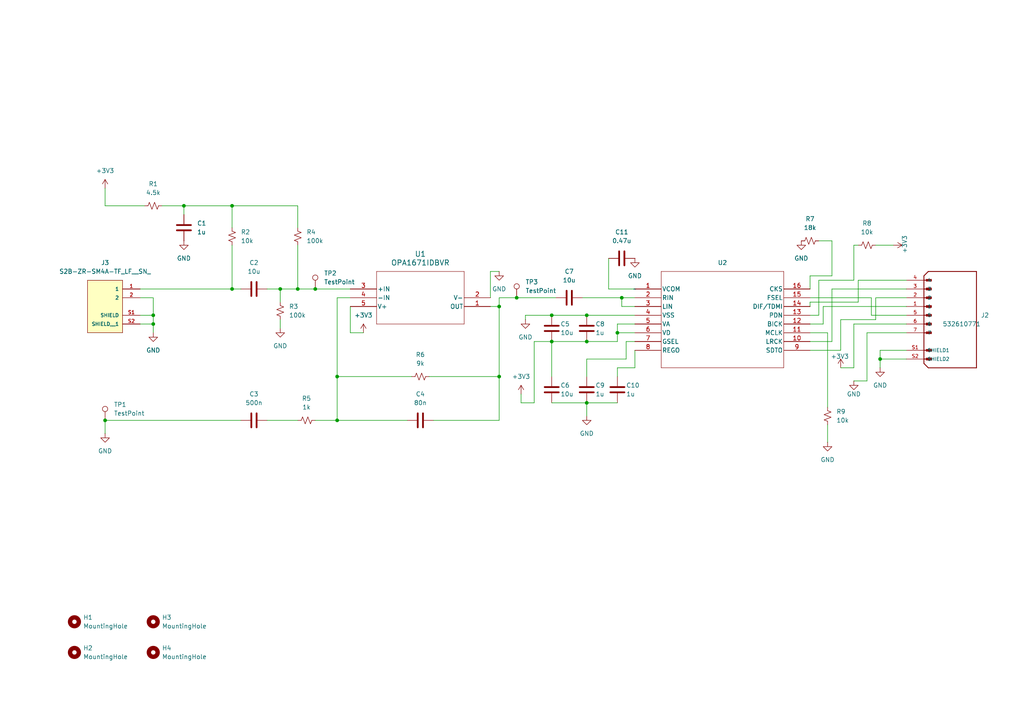
<source format=kicad_sch>
(kicad_sch (version 20231120) (generator "eeschema") (generator_version "8.0")
  (paper "A4")
  (lib_symbols
    (symbol "2024-02-15_23-46-41:OPA1671IDBVR" (pin_names (offset 0.254))
      (property "Reference" "U" (at 20.32 10.16 0))
      (property "Value" "OPA1671IDBVR" (at 20.32 7.62 0))
      (symbol "OPA1671IDBVR_0_1"
        (polyline (pts (xy 7.62 -10.16) (xy 33.02 -10.16)) (stroke (width 0.127)))
        (polyline (pts (xy 7.62 5.08) (xy 7.62 -10.16)) (stroke (width 0.127)))
        (polyline (pts (xy 33.02 -10.16) (xy 33.02 5.08)) (stroke (width 0.127)))
        (polyline (pts (xy 33.02 5.08) (xy 7.62 5.08)) (stroke (width 0.127)))
        (pin output line (at 0 0 0) (length 7.62) (name "OUT") (number "1"))
        (pin power_in line (at 0 -2.54 0) (length 7.62) (name "V-") (number "2"))
        (pin input line (at 40.64 -5.08 180) (length 7.62) (name "+IN") (number "3"))
        (pin input line (at 40.64 -2.54 180) (length 7.62) (name "-IN") (number "4"))
        (pin power_in line (at 40.64 0 180) (length 7.62) (name "V+") (number "5"))
      )
    )
    (symbol "532610771:532610771" (pin_names (offset 1.016))
      (property "Reference" "J2" (at 8.89 0 0))
      (property "Value" "532610771" (at 8.89 -2.54 0))
      (symbol "532610771_0_0"
        (rectangle (start -6.985 -13.0175) (end -5.3975 -12.3825) (stroke (width 0.1)) (fill (type outline)))
        (rectangle (start -6.985 -10.4775) (end -5.3975 -9.8425) (stroke (width 0.1)) (fill (type outline)))
        (rectangle (start -6.985 -5.3975) (end -5.3975 -4.7625) (stroke (width 0.1)) (fill (type outline)))
        (rectangle (start -6.985 -2.8575) (end -5.3975 -2.2225) (stroke (width 0.1)) (fill (type outline)))
        (rectangle (start -6.985 -0.3175) (end -5.3975 0.3175) (stroke (width 0.1)) (fill (type outline)))
        (rectangle (start -6.985 2.2225) (end -5.3975 2.8575) (stroke (width 0.1)) (fill (type outline)))
        (rectangle (start -6.985 4.7625) (end -5.3975 5.3975) (stroke (width 0.1)) (fill (type outline)))
        (rectangle (start -6.985 7.3025) (end -5.3975 7.9375) (stroke (width 0.1)) (fill (type outline)))
        (rectangle (start -6.985 9.8425) (end -5.3975 10.4775) (stroke (width 0.1)) (fill (type outline)))
        (polyline (pts (xy -7.62 -13.97) (xy -6.35 -15.24)) (stroke (width 0.254)))
        (polyline (pts (xy -7.62 -12.7) (xy -5.715 -12.7)) (stroke (width 0.254)))
        (polyline (pts (xy -7.62 -10.16) (xy -5.715 -10.16)) (stroke (width 0.254)))
        (polyline (pts (xy -7.62 -5.08) (xy -5.715 -5.08)) (stroke (width 0.254)))
        (polyline (pts (xy -7.62 -2.54) (xy -5.715 -2.54)) (stroke (width 0.254)))
        (polyline (pts (xy -7.62 0) (xy -5.715 0)) (stroke (width 0.254)))
        (polyline (pts (xy -7.62 2.54) (xy -5.715 2.54)) (stroke (width 0.254)))
        (polyline (pts (xy -7.62 5.08) (xy -5.715 5.08)) (stroke (width 0.254)))
        (polyline (pts (xy -7.62 7.62) (xy -5.715 7.62)) (stroke (width 0.254)))
        (polyline (pts (xy -7.62 10.16) (xy -5.715 10.16)) (stroke (width 0.254)))
        (polyline (pts (xy -7.62 11.43) (xy -7.62 -13.97)) (stroke (width 0.254)))
        (polyline (pts (xy -7.62 11.43) (xy -6.35 12.7)) (stroke (width 0.254)))
        (polyline (pts (xy -6.35 -15.24) (xy 7.62 -15.24)) (stroke (width 0.254)))
        (polyline (pts (xy 7.62 -15.24) (xy 7.62 12.7)) (stroke (width 0.254)))
        (polyline (pts (xy 7.62 12.7) (xy -6.35 12.7)) (stroke (width 0.254)))
        (pin passive line (at -12.7 0 0) (length 5.08) (name "5") (number "5"))
        (pin passive line (at -12.7 -2.54 0) (length 5.08) (name "6") (number "6"))
        (pin passive line (at -12.7 -5.08 0) (length 5.08) (name "7") (number "7"))
        (pin passive line (at -12.7 -10.16 0) (length 5.08) (name "SHIELD1") (number "S1"))
        (pin passive line (at -12.7 -12.7 0) (length 5.08) (name "SHIELD2") (number "S2"))
      )
      (symbol "532610771_1_0"
        (pin passive line (at -12.7 2.54 0) (length 5.08) (name "1") (number "1"))
        (pin passive line (at -12.7 5.08 0) (length 5.08) (name "2") (number "2"))
        (pin passive line (at -12.7 7.62 0) (length 5.08) (name "3") (number "3"))
        (pin passive line (at -12.7 10.16 0) (length 5.08) (name "4") (number "4"))
      )
    )
    (symbol "ADC:AK5720VT" (pin_names (offset 0.254))
      (property "Reference" "U" (at 25.4 10.16 0))
      (property "Value" "AK5720VT" (at 25.4 7.62 0))
      (symbol "AK5720VT_0_1"
        (polyline (pts (xy 7.62 -22.86) (xy 43.18 -22.86)) (stroke (width 0.127)))
        (polyline (pts (xy 7.62 5.08) (xy 7.62 -22.86)) (stroke (width 0.127)))
        (polyline (pts (xy 43.18 -22.86) (xy 43.18 5.08)) (stroke (width 0.127)))
        (polyline (pts (xy 43.18 5.08) (xy 7.62 5.08)) (stroke (width 0.127)))
        (pin unspecified line (at 0 0 0) (length 7.62) (name "VCOM") (number "1"))
        (pin unspecified line (at 50.8 -15.24 180) (length 7.62) (name "LRCK") (number "10"))
        (pin unspecified line (at 50.8 -12.7 180) (length 7.62) (name "MCLK") (number "11"))
        (pin unspecified line (at 50.8 -10.16 180) (length 7.62) (name "BICK") (number "12"))
        (pin unspecified line (at 50.8 -7.62 180) (length 7.62) (name "PDN") (number "13"))
        (pin unspecified line (at 50.8 -5.08 180) (length 7.62) (name "DIF/TDMI") (number "14"))
        (pin unspecified line (at 50.8 -2.54 180) (length 7.62) (name "FSEL") (number "15"))
        (pin unspecified line (at 50.8 0 180) (length 7.62) (name "CKS") (number "16"))
        (pin unspecified line (at 0 -2.54 0) (length 7.62) (name "RIN") (number "2"))
        (pin unspecified line (at 0 -5.08 0) (length 7.62) (name "LIN") (number "3"))
        (pin power_out line (at 0 -7.62 0) (length 7.62) (name "VSS") (number "4"))
        (pin unspecified line (at 0 -10.16 0) (length 7.62) (name "VA") (number "5"))
        (pin unspecified line (at 0 -12.7 0) (length 7.62) (name "VD") (number "6"))
        (pin unspecified line (at 0 -15.24 0) (length 7.62) (name "GSEL") (number "7"))
        (pin unspecified line (at 0 -17.78 0) (length 7.62) (name "REGO") (number "8"))
        (pin unspecified line (at 50.8 -17.78 180) (length 7.62) (name "SDTO") (number "9"))
      )
    )
    (symbol "Connector:TestPoint" (pin_numbers hide) (pin_names (offset 0.762) hide)
      (property "Reference" "TP" (at 0 6.858 0))
      (property "Value" "TestPoint" (at 0 5.08 0))
      (symbol "TestPoint_0_1"
        (circle (center 0 3.302) (radius 0.762))
      )
      (symbol "TestPoint_1_1"
        (pin passive line (at 0 0 90) (length 2.54) (name "1") (number "1"))
      )
    )
    (symbol "Device:C" (pin_numbers hide) (pin_names (offset 0.254))
      (property "Reference" "C" (at 0.635 2.54 0))
      (property "Value" "C" (at 0.635 -2.54 0))
      (symbol "C_0_1"
        (polyline (pts (xy -2.032 -0.762) (xy 2.032 -0.762)) (stroke (width 0.508)))
        (polyline (pts (xy -2.032 0.762) (xy 2.032 0.762)) (stroke (width 0.508)))
      )
      (symbol "C_1_1"
        (pin passive line (at 0 3.81 270) (length 2.794) (name "~") (number "1"))
        (pin passive line (at 0 -3.81 90) (length 2.794) (name "~") (number "2"))
      )
    )
    (symbol "Device:R_Small_US" (pin_numbers hide) (pin_names (offset 0.254) hide)
      (property "Reference" "R" (at 0.762 0.508 0))
      (property "Value" "R_Small_US" (at 0.762 -1.016 0))
      (symbol "R_Small_US_1_1"
        (polyline (pts (xy 0 0) (xy 1.016 -0.381) (xy 0 -0.762) (xy -1.016 -1.143) (xy 0 -1.524)))
        (polyline (pts (xy 0 1.524) (xy 1.016 1.143) (xy 0 0.762) (xy -1.016 0.381) (xy 0 0)))
        (pin passive line (at 0 2.54 270) (length 1.016) (name "~") (number "1"))
        (pin passive line (at 0 -2.54 90) (length 1.016) (name "~") (number "2"))
      )
    )
    (symbol "Mechanical:MountingHole" (pin_names (offset 1.016)) (exclude_from_sim yes) (in_bom no)
      (property "Reference" "H" (at 0 5.08 0))
      (property "Value" "MountingHole" (at 0 3.175 0))
      (symbol "MountingHole_0_1"
        (circle (center 0 0) (radius 1.27) (stroke (width 1.27)))
      )
    )
    (symbol "Mic Connectors:S2B-ZR-SM4A-TF_LF__SN_" (pin_names (offset 1.016))
      (property "Reference" "J" (at -5.08 8.89 0))
      (property "Value" "S2B-ZR-SM4A-TF_LF__SN_" (at -5.08 -10.16 0))
      (symbol "S2B-ZR-SM4A-TF_LF__SN__0_0"
        (rectangle (start -5.08 -7.62) (end 5.08 7.62) (stroke (width 0.1524)) (fill (type background)))
        (pin passive line (at -10.16 5.08 0) (length 5.08) (name "1") (number "1"))
        (pin passive line (at -10.16 2.54 0) (length 5.08) (name "2") (number "2"))
        (pin passive line (at -10.16 -2.54 0) (length 5.08) (name "SHIELD") (number "S1"))
        (pin passive line (at -10.16 -5.08 0) (length 5.08) (name "SHIELD__1") (number "S2"))
      )
    )
    (symbol "power:+3V3" (power) (pin_names (offset 0))
      (property "Value" "+3V3" (at 0 3.556 0))
      (symbol "+3V3_0_1"
        (polyline (pts (xy -0.762 1.27) (xy 0 2.54)))
        (polyline (pts (xy 0 0) (xy 0 2.54)))
        (polyline (pts (xy 0 2.54) (xy 0.762 1.27)))
      )
      (symbol "+3V3_1_1"
        (pin power_in line (at 0 0 90) (length 0) hide (name "+3V3") (number "1"))
      )
    )
    (symbol "power:GND" (power) (pin_numbers hide) (pin_names (offset 0) hide)
      (property "Value" "GND" (at 0 -3.81 0))
      (symbol "GND_0_1"
        (polyline (pts (xy 0 0) (xy 0 -1.27) (xy 1.27 -1.27) (xy 0 -2.54) (xy -1.27 -1.27) (xy 0 -1.27)))
      )
      (symbol "GND_1_1"
        (pin power_in line (at 0 0 270) (length 0) (name "~") (number "1"))
      )
    )
  )
  (junction (at 170.18 99.06))
  (junction (at 91.44 83.82))
  (junction (at 86.36 83.82))
  (junction (at 81.28 83.82))
  (junction (at 67.31 59.69))
  (junction (at 160.02 99.06))
  (junction (at 255.27 104.14))
  (junction (at 144.78 109.22))
  (junction (at 44.45 91.44))
  (junction (at 160.02 91.44))
  (junction (at 44.45 93.98))
  (junction (at 179.07 96.52))
  (junction (at 170.18 91.44))
  (junction (at 170.18 116.84))
  (junction (at 97.79 109.22))
  (junction (at 53.34 59.69))
  (junction (at 180.34 86.36))
  (junction (at 67.31 83.82))
  (junction (at 97.79 121.92))
  (junction (at 149.86 86.36))
  (junction (at 30.48 121.92))
  (junction (at 144.78 88.9))
  (wire (pts (xy 184.15 99.06) (xy 181.61 99.06)))
  (wire (pts (xy 254 71.12) (xy 259.08 71.12)))
  (wire (pts (xy 81.28 83.82) (xy 86.36 83.82)))
  (wire (pts (xy 179.07 99.06) (xy 170.18 99.06)))
  (wire (pts (xy 252.73 91.44) (xy 262.89 91.44)))
  (wire (pts (xy 151.13 114.3) (xy 151.13 116.84)))
  (wire (pts (xy 179.07 106.68) (xy 179.07 109.22)))
  (wire (pts (xy 240.03 96.52) (xy 240.03 118.11)))
  (wire (pts (xy 160.02 99.06) (xy 160.02 109.22)))
  (wire (pts (xy 40.64 91.44) (xy 44.45 91.44)))
  (wire (pts (xy 91.44 83.82) (xy 101.6 83.82)))
  (wire (pts (xy 234.95 96.52) (xy 240.03 96.52)))
  (wire (pts (xy 176.53 83.82) (xy 184.15 83.82)))
  (wire (pts (xy 184.15 93.98) (xy 179.07 93.98)))
  (wire (pts (xy 241.3 99.06) (xy 234.95 99.06)))
  (wire (pts (xy 41.91 59.69) (xy 30.48 59.69)))
  (wire (pts (xy 181.61 99.06) (xy 181.61 104.14)))
  (wire (pts (xy 262.89 83.82) (xy 241.3 83.82)))
  (wire (pts (xy 251.46 96.52) (xy 262.89 96.52)))
  (wire (pts (xy 255.27 104.14) (xy 255.27 106.68)))
  (wire (pts (xy 77.47 121.92) (xy 86.36 121.92)))
  (wire (pts (xy 77.47 83.82) (xy 81.28 83.82)))
  (wire (pts (xy 119.38 109.22) (xy 97.79 109.22)))
  (wire (pts (xy 144.78 121.92) (xy 144.78 109.22)))
  (wire (pts (xy 254 86.36) (xy 262.89 86.36)))
  (wire (pts (xy 247.65 93.98) (xy 262.89 93.98)))
  (wire (pts (xy 97.79 109.22) (xy 97.79 121.92)))
  (wire (pts (xy 46.99 59.69) (xy 53.34 59.69)))
  (wire (pts (xy 234.95 80.01) (xy 234.95 83.82)))
  (wire (pts (xy 234.95 80.01) (xy 241.3 80.01)))
  (wire (pts (xy 44.45 93.98) (xy 44.45 96.52)))
  (wire (pts (xy 262.89 81.28) (xy 248.92 81.28)))
  (wire (pts (xy 144.78 109.22) (xy 144.78 88.9)))
  (wire (pts (xy 86.36 59.69) (xy 86.36 66.04)))
  (wire (pts (xy 142.24 78.74) (xy 144.78 78.74)))
  (wire (pts (xy 248.92 81.28) (xy 248.92 87.63)))
  (wire (pts (xy 81.28 83.82) (xy 81.28 87.63)))
  (wire (pts (xy 105.41 96.52) (xy 101.6 96.52)))
  (wire (pts (xy 144.78 86.36) (xy 144.78 88.9)))
  (wire (pts (xy 170.18 116.84) (xy 170.18 120.65)))
  (wire (pts (xy 91.44 121.92) (xy 97.79 121.92)))
  (wire (pts (xy 160.02 116.84) (xy 170.18 116.84)))
  (wire (pts (xy 241.3 69.85) (xy 237.49 69.85)))
  (wire (pts (xy 179.07 93.98) (xy 179.07 96.52)))
  (wire (pts (xy 238.76 88.9) (xy 238.76 93.98)))
  (wire (pts (xy 101.6 86.36) (xy 97.79 86.36)))
  (wire (pts (xy 154.94 116.84) (xy 151.13 116.84)))
  (wire (pts (xy 170.18 91.44) (xy 184.15 91.44)))
  (wire (pts (xy 255.27 101.6) (xy 255.27 104.14)))
  (wire (pts (xy 181.61 104.14) (xy 170.18 104.14)))
  (wire (pts (xy 67.31 59.69) (xy 53.34 59.69)))
  (wire (pts (xy 243.84 101.6) (xy 234.95 101.6)))
  (wire (pts (xy 81.28 92.71) (xy 81.28 95.25)))
  (wire (pts (xy 247.65 71.12) (xy 248.92 71.12)))
  (wire (pts (xy 176.53 74.93) (xy 176.53 83.82)))
  (wire (pts (xy 67.31 83.82) (xy 69.85 83.82)))
  (wire (pts (xy 251.46 96.52) (xy 251.46 110.49)))
  (wire (pts (xy 248.92 87.63) (xy 234.95 87.63)))
  (wire (pts (xy 40.64 86.36) (xy 44.45 86.36)))
  (wire (pts (xy 30.48 121.92) (xy 30.48 125.73)))
  (wire (pts (xy 254 86.36) (xy 254 92.71)))
  (wire (pts (xy 184.15 101.6) (xy 184.15 106.68)))
  (wire (pts (xy 234.95 91.44) (xy 237.49 91.44)))
  (wire (pts (xy 243.84 106.68) (xy 247.65 106.68)))
  (wire (pts (xy 240.03 123.19) (xy 240.03 128.27)))
  (wire (pts (xy 86.36 83.82) (xy 91.44 83.82)))
  (wire (pts (xy 44.45 86.36) (xy 44.45 91.44)))
  (wire (pts (xy 101.6 96.52) (xy 101.6 88.9)))
  (wire (pts (xy 179.07 96.52) (xy 179.07 99.06)))
  (wire (pts (xy 243.84 92.71) (xy 243.84 101.6)))
  (wire (pts (xy 180.34 88.9) (xy 180.34 86.36)))
  (wire (pts (xy 254 92.71) (xy 243.84 92.71)))
  (wire (pts (xy 238.76 93.98) (xy 234.95 93.98)))
  (wire (pts (xy 241.3 80.01) (xy 241.3 69.85)))
  (wire (pts (xy 86.36 71.12) (xy 86.36 83.82)))
  (wire (pts (xy 124.46 109.22) (xy 144.78 109.22)))
  (wire (pts (xy 67.31 66.04) (xy 67.31 59.69)))
  (wire (pts (xy 241.3 83.82) (xy 241.3 99.06)))
  (wire (pts (xy 40.64 93.98) (xy 44.45 93.98)))
  (wire (pts (xy 184.15 88.9) (xy 180.34 88.9)))
  (wire (pts (xy 160.02 99.06) (xy 170.18 99.06)))
  (wire (pts (xy 30.48 54.61) (xy 30.48 59.69)))
  (wire (pts (xy 247.65 81.28) (xy 247.65 71.12)))
  (wire (pts (xy 142.24 88.9) (xy 144.78 88.9)))
  (wire (pts (xy 234.95 86.36) (xy 252.73 86.36)))
  (wire (pts (xy 247.65 110.49) (xy 251.46 110.49)))
  (wire (pts (xy 67.31 59.69) (xy 86.36 59.69)))
  (wire (pts (xy 154.94 99.06) (xy 160.02 99.06)))
  (wire (pts (xy 160.02 91.44) (xy 170.18 91.44)))
  (wire (pts (xy 262.89 101.6) (xy 255.27 101.6)))
  (wire (pts (xy 149.86 86.36) (xy 161.29 86.36)))
  (wire (pts (xy 234.95 87.63) (xy 234.95 88.9)))
  (wire (pts (xy 154.94 99.06) (xy 154.94 116.84)))
  (wire (pts (xy 97.79 86.36) (xy 97.79 109.22)))
  (wire (pts (xy 255.27 104.14) (xy 262.89 104.14)))
  (wire (pts (xy 170.18 104.14) (xy 170.18 109.22)))
  (wire (pts (xy 180.34 86.36) (xy 184.15 86.36)))
  (wire (pts (xy 144.78 86.36) (xy 149.86 86.36)))
  (wire (pts (xy 170.18 116.84) (xy 179.07 116.84)))
  (wire (pts (xy 237.49 81.28) (xy 247.65 81.28)))
  (wire (pts (xy 247.65 93.98) (xy 247.65 106.68)))
  (wire (pts (xy 152.4 91.44) (xy 160.02 91.44)))
  (wire (pts (xy 152.4 91.44) (xy 152.4 92.71)))
  (wire (pts (xy 168.91 86.36) (xy 180.34 86.36)))
  (wire (pts (xy 252.73 86.36) (xy 252.73 91.44)))
  (wire (pts (xy 44.45 91.44) (xy 44.45 93.98)))
  (wire (pts (xy 142.24 78.74) (xy 142.24 86.36)))
  (wire (pts (xy 30.48 121.92) (xy 69.85 121.92)))
  (wire (pts (xy 125.73 121.92) (xy 144.78 121.92)))
  (wire (pts (xy 262.89 88.9) (xy 238.76 88.9)))
  (wire (pts (xy 237.49 91.44) (xy 237.49 81.28)))
  (wire (pts (xy 184.15 96.52) (xy 179.07 96.52)))
  (wire (pts (xy 53.34 59.69) (xy 53.34 62.23)))
  (wire (pts (xy 67.31 71.12) (xy 67.31 83.82)))
  (wire (pts (xy 97.79 121.92) (xy 118.11 121.92)))
  (wire (pts (xy 40.64 83.82) (xy 67.31 83.82)))
  (wire (pts (xy 184.15 106.68) (xy 179.07 106.68)))
  (symbol (lib_id "2024-02-15_23-46-41:OPA1671IDBVR") (at 142.24 88.9 180) (unit 1)
    (property "Reference" "U1" (at 121.92 73.66 0) (effects (font (size 1.524 1.524))))
    (property "Value" "OPA1671IDBVR" (at 121.92 76.2 0) (effects (font (size 1.524 1.524))))
    (property "Footprint" "Footprints:Op-Amp" (effects (hide yes)))
    (property "Datasheet" "OPA1671IDBVR" (effects (hide yes)))
  )
  (symbol (lib_id "Device:R_Small_US") (at 240.03 120.65 180) (unit 1)
    (property "Reference" "R9" (at 242.57 119.3799 0) (effects (justify right)))
    (property "Value" "10k" (at 242.57 121.9199 0) (effects (justify right)))
    (property "Footprint" "Resistor_SMD:R_0805_2012Metric" (effects (hide yes)))
  )
  (symbol (lib_id "Mechanical:MountingHole") (at 21.59 189.23 0) (unit 1) (exclude_from_sim yes) (in_bom no)
    (property "Reference" "H2" (at 24.13 187.9599 0) (effects (justify left)))
    (property "Value" "MountingHole" (at 24.13 190.4999 0) (effects (justify left)))
    (property "Footprint" "MountingHole:MountingHole_3.2mm_M3" (effects (hide yes)))
    (property "Description" "Mounting Hole without connection" (effects (hide yes)))
  )
  (symbol (lib_id "532610771:532610771") (at 275.59 91.44 0) (unit 1)
    (property "Reference" "J2" (at 284.48 91.44 0) (effects (justify left)))
    (property "Value" "532610771" (at 284.48 93.98 0) (effects (justify right)))
    (property "Footprint" "Footprints:MOLEX_connector" (effects (hide yes)))
    (property "Description" "\nPicoblade Connector, 7 Circuit Single Row, Right Angle Surface Mount SMT PCB\n" (effects (hide yes)))
    (property "DigiKey_Part_Number" "WM7625TR-ND" (effects (hide yes)))
    (property "MF" "Molex" (effects (hide yes)))
    (property "MAXIMUM_PACKAGE_HEIGHT" "3.4 mm" (effects (hide yes)))
    (property "Package" "None" (effects (hide yes)))
    (property "Check_prices" "https://www.snapeda.com/parts/0532610771/Molex/view-part/?ref=eda" (effects (hide yes)))
    (property "STANDARD" "Manufacturer Recommendations" (effects (hide yes)))
    (property "PARTREV" "J" (effects (hide yes)))
    (property "SnapEDA_Link" "https://www.snapeda.com/parts/0532610771/Molex/view-part/?ref=snap" (effects (hide yes)))
    (property "MP" "0532610771" (effects (hide yes)))
    (property "Purchase-URL" "https://www.snapeda.com/api/url_track_click_mouser/?unipart_id=577144&manufacturer=Molex&part_name=0532610771&search_term=None" (effects (hide yes)))
    (property "MANUFACTURER" "Molex" (effects (hide yes)))
  )
  (symbol (lib_id "Device:R_Small_US") (at 81.28 90.17 0) (unit 1)
    (property "Reference" "R3" (at 83.82 88.9 0) (effects (justify left)))
    (property "Value" "100k" (at 83.82 91.44 0) (effects (justify left)))
    (property "Footprint" "Resistor_SMD:R_0805_2012Metric" (effects (hide yes)))
  )
  (symbol (lib_id "power:GND") (at 240.03 128.27 0) (unit 1)
    (property "Reference" "#PWR02" (effects (hide yes)))
    (property "Value" "GND" (at 240.03 133.35 0))
    (property "Description" "Power symbol creates a global label with name \"GND\" , ground" (effects (hide yes)))
  )
  (symbol (lib_id "power:GND") (at 81.28 95.25 0) (unit 1)
    (property "Reference" "#PWR07" (effects (hide yes)))
    (property "Value" "GND" (at 81.28 100.33 0))
  )
  (symbol (lib_id "Device:R_Small_US") (at 86.36 68.58 0) (unit 1)
    (property "Reference" "R4" (at 88.9 67.31 0) (effects (justify left)))
    (property "Value" "100k" (at 88.9 69.85 0) (effects (justify left)))
    (property "Footprint" "Resistor_SMD:R_0805_2012Metric" (effects (hide yes)))
  )
  (symbol (lib_id "Device:C") (at 53.34 66.04 0) (unit 1)
    (property "Reference" "C1" (at 57.15 64.7699 0) (effects (justify left)))
    (property "Value" "1u" (at 57.15 67.3099 0) (effects (justify left)))
    (property "Footprint" "Capacitor_SMD:C_0805_2012Metric" (effects (hide yes)))
  )
  (symbol (lib_id "Mechanical:MountingHole") (at 44.45 189.23 0) (unit 1) (exclude_from_sim yes) (in_bom no)
    (property "Reference" "H4" (at 46.99 187.9599 0) (effects (justify left)))
    (property "Value" "MountingHole" (at 46.99 190.4999 0) (effects (justify left)))
    (property "Footprint" "MountingHole:MountingHole_3.2mm_M3" (effects (hide yes)))
    (property "Description" "Mounting Hole without connection" (effects (hide yes)))
  )
  (symbol (lib_id "Connector:TestPoint") (at 91.44 83.82 0) (unit 1)
    (property "Reference" "TP2" (at 93.98 79.248 0) (effects (justify left)))
    (property "Value" "TestPoint" (at 93.98 81.788 0) (effects (justify left)))
    (property "Footprint" "TestPoint:TestPoint_Pad_D1.0mm" (effects (hide yes)))
  )
  (symbol (lib_id "Mechanical:MountingHole") (at 44.45 180.34 0) (unit 1) (exclude_from_sim yes) (in_bom no)
    (property "Reference" "H3" (at 46.99 179.0699 0) (effects (justify left)))
    (property "Value" "MountingHole" (at 46.99 181.6099 0) (effects (justify left)))
    (property "Footprint" "MountingHole:MountingHole_3.2mm_M3" (effects (hide yes)))
    (property "Description" "Mounting Hole without connection" (effects (hide yes)))
  )
  (symbol (lib_id "power:GND") (at 53.34 69.85 0) (unit 1)
    (property "Reference" "#PWR06" (effects (hide yes)))
    (property "Value" "GND" (at 53.34 74.93 0))
  )
  (symbol (lib_id "Device:R_Small_US") (at 44.45 59.69 270) (unit 1)
    (property "Reference" "R1" (at 44.45 53.34 90))
    (property "Value" "4.5k" (at 44.45 55.88 90))
    (property "Footprint" "Resistor_SMD:R_0805_2012Metric" (effects (hide yes)))
  )
  (symbol (lib_id "Device:R_Small_US") (at 67.31 68.58 0) (unit 1)
    (property "Reference" "R2" (at 69.85 67.31 0) (effects (justify left)))
    (property "Value" "10k" (at 69.85 69.85 0) (effects (justify left)))
    (property "Footprint" "Resistor_SMD:R_0805_2012Metric" (effects (hide yes)))
  )
  (symbol (lib_id "power:+3V3") (at 105.41 96.52 0) (unit 1)
    (property "Reference" "#PWR08" (effects (hide yes)))
    (property "Value" "+3V3" (at 105.41 91.44 0))
  )
  (symbol (lib_id "power:GND") (at 30.48 125.73 0) (unit 1)
    (property "Reference" "#PWR04" (effects (hide yes)))
    (property "Value" "GND" (at 30.48 130.81 0))
  )
  (symbol (lib_id "Device:C") (at 180.34 74.93 90) (unit 1)
    (property "Reference" "C11" (at 180.34 67.31 90))
    (property "Value" "0.47u" (at 180.34 69.85 90))
    (property "Footprint" "Capacitor_SMD:C_0805_2012Metric" (effects (hide yes)))
  )
  (symbol (lib_id "Mic Connectors:S2B-ZR-SM4A-TF_LF__SN_") (at 30.48 88.9 0) (mirror y) (unit 1)
    (property "Reference" "J3" (at 30.48 76.2 0))
    (property "Value" "S2B-ZR-SM4A-TF_LF__SN_" (at 30.48 78.74 0))
    (property "Footprint" "Footprints:Mic_Conn" (effects (hide yes)))
    (property "PARTREV" "N/A" (effects (hide yes)))
    (property "MF" "JST" (effects (hide yes)))
    (property "STANDARD" "Manufacturer Recommendations" (effects (hide yes)))
  )
  (symbol (lib_id "ADC:AK5720VT") (at 184.15 83.82 0) (unit 1)
    (property "Reference" "U2" (at 209.55 76.2 0))
    (property "Value" "~" (at 184.15 83.82 0))
    (property "Footprint" "Footprints:ADC" (effects (hide yes)))
    (property "Datasheet" "AK5720VT" (effects (hide yes)))
  )
  (symbol (lib_id "Device:C") (at 121.92 121.92 90) (unit 1)
    (property "Reference" "C4" (at 121.92 114.3 90))
    (property "Value" "80n" (at 121.92 116.84 90))
    (property "Footprint" "Capacitor_SMD:C_0805_2012Metric" (effects (hide yes)))
  )
  (symbol (lib_id "power:GND") (at 232.41 69.85 0) (unit 1)
    (property "Reference" "#PWR014" (effects (hide yes)))
    (property "Value" "GND" (at 232.41 74.93 0))
  )
  (symbol (lib_id "Device:C") (at 165.1 86.36 90) (unit 1)
    (property "Reference" "C7" (at 165.1 78.74 90))
    (property "Value" "10u" (at 165.1 81.28 90))
    (property "Footprint" "Capacitor_SMD:C_0805_2012Metric" (effects (hide yes)))
  )
  (symbol (lib_id "power:GND") (at 44.45 96.52 0) (unit 1)
    (property "Reference" "#PWR05" (effects (hide yes)))
    (property "Value" "GND" (at 44.45 101.6 0))
  )
  (symbol (lib_id "power:GND") (at 247.65 110.49 0) (unit 1)
    (property "Reference" "#PWR016" (effects (hide yes)))
    (property "Value" "GND" (at 247.65 114.3 0))
  )
  (symbol (lib_id "power:+3V3") (at 243.84 106.68 0) (unit 1)
    (property "Reference" "#PWR015" (effects (hide yes)))
    (property "Value" "+3V3" (at 243.586 103.378 0))
  )
  (symbol (lib_id "power:GND") (at 152.4 92.71 0) (unit 1)
    (property "Reference" "#PWR011" (effects (hide yes)))
    (property "Value" "GND" (at 152.4 97.79 0))
  )
  (symbol (lib_id "power:+3V3") (at 151.13 114.3 0) (unit 1)
    (property "Reference" "#PWR010" (effects (hide yes)))
    (property "Value" "+3V3" (at 151.13 109.22 0))
  )
  (symbol (lib_id "Connector:TestPoint") (at 149.86 86.36 0) (unit 1)
    (property "Reference" "TP3" (at 152.4 81.788 0) (effects (justify left)))
    (property "Value" "TestPoint" (at 152.4 84.328 0) (effects (justify left)))
    (property "Footprint" "TestPoint:TestPoint_Pad_D1.0mm" (effects (hide yes)))
  )
  (symbol (lib_id "Device:C") (at 73.66 83.82 90) (unit 1)
    (property "Reference" "C2" (at 73.66 76.2 90))
    (property "Value" "10u" (at 73.66 78.74 90))
    (property "Footprint" "Capacitor_SMD:C_0805_2012Metric" (effects (hide yes)))
  )
  (symbol (lib_id "Device:R_Small_US") (at 234.95 69.85 90) (unit 1)
    (property "Reference" "R7" (at 234.95 63.5 90))
    (property "Value" "18k" (at 234.95 66.04 90))
    (property "Footprint" "Resistor_SMD:R_0805_2012Metric" (effects (hide yes)))
  )
  (symbol (lib_id "Device:R_Small_US") (at 121.92 109.22 270) (unit 1)
    (property "Reference" "R6" (at 121.92 102.87 90))
    (property "Value" "9k" (at 121.92 105.41 90))
    (property "Footprint" "Resistor_SMD:R_0805_2012Metric" (effects (hide yes)))
  )
  (symbol (lib_id "Device:R_Small_US") (at 88.9 121.92 270) (unit 1)
    (property "Reference" "R5" (at 88.9 115.57 90))
    (property "Value" "1k" (at 88.9 118.11 90))
    (property "Footprint" "Resistor_SMD:R_0805_2012Metric" (effects (hide yes)))
  )
  (symbol (lib_id "Device:C") (at 170.18 95.25 0) (unit 1)
    (property "Reference" "C8" (at 172.72 93.98 0) (effects (justify left)))
    (property "Value" "1u" (at 172.72 96.52 0) (effects (justify left)))
    (property "Footprint" "Capacitor_SMD:C_0805_2012Metric" (effects (hide yes)))
  )
  (symbol (lib_id "Device:C") (at 73.66 121.92 90) (unit 1)
    (property "Reference" "C3" (at 73.66 114.3 90))
    (property "Value" "500n" (at 73.66 116.84 90))
    (property "Footprint" "Capacitor_SMD:C_0805_2012Metric" (effects (hide yes)))
  )
  (symbol (lib_id "Device:C") (at 160.02 95.25 0) (unit 1)
    (property "Reference" "C5" (at 162.56 93.98 0) (effects (justify left)))
    (property "Value" "10u" (at 162.56 96.52 0) (effects (justify left)))
    (property "Footprint" "Capacitor_SMD:C_0805_2012Metric" (effects (hide yes)))
  )
  (symbol (lib_id "power:GND") (at 144.78 78.74 0) (unit 1)
    (property "Reference" "#PWR09" (effects (hide yes)))
    (property "Value" "GND" (at 144.78 83.82 0))
  )
  (symbol (lib_id "power:GND") (at 184.15 74.93 0) (unit 1)
    (property "Reference" "#PWR013" (effects (hide yes)))
    (property "Value" "GND" (at 184.15 80.01 0))
  )
  (symbol (lib_id "power:+3V3") (at 259.08 71.12 270) (unit 1)
    (property "Reference" "#PWR01" (effects (hide yes)))
    (property "Value" "+3V3" (at 262.382 70.866 0))
  )
  (symbol (lib_id "power:GND") (at 170.18 120.65 0) (unit 1)
    (property "Reference" "#PWR012" (effects (hide yes)))
    (property "Value" "GND" (at 170.18 125.73 0))
  )
  (symbol (lib_id "power:GND") (at 255.27 106.68 0) (unit 1)
    (property "Reference" "#PWR017" (effects (hide yes)))
    (property "Value" "GND" (at 255.27 111.76 0))
  )
  (symbol (lib_id "Device:R_Small_US") (at 251.46 71.12 90) (unit 1)
    (property "Reference" "R8" (at 251.46 64.77 90))
    (property "Value" "10k" (at 251.46 67.31 90))
    (property "Footprint" "Resistor_SMD:R_0805_2012Metric" (effects (hide yes)))
  )
  (symbol (lib_id "Device:C") (at 160.02 113.03 0) (unit 1)
    (property "Reference" "C6" (at 162.56 111.76 0) (effects (justify left)))
    (property "Value" "10u" (at 162.56 114.3 0) (effects (justify left)))
    (property "Footprint" "Capacitor_SMD:C_0805_2012Metric" (effects (hide yes)))
  )
  (symbol (lib_id "Connector:TestPoint") (at 30.48 121.92 0) (unit 1)
    (property "Reference" "TP1" (at 33.02 117.348 0) (effects (justify left)))
    (property "Value" "TestPoint" (at 33.02 119.888 0) (effects (justify left)))
    (property "Footprint" "TestPoint:TestPoint_Pad_D1.0mm" (effects (hide yes)))
  )
  (symbol (lib_id "Device:C") (at 170.18 113.03 0) (unit 1)
    (property "Reference" "C9" (at 172.72 111.76 0) (effects (justify left)))
    (property "Value" "1u" (at 172.72 114.3 0) (effects (justify left)))
    (property "Footprint" "Capacitor_SMD:C_0805_2012Metric" (effects (hide yes)))
  )
  (symbol (lib_id "power:+3V3") (at 30.48 54.61 0) (unit 1)
    (property "Reference" "#PWR03" (effects (hide yes)))
    (property "Value" "+3V3" (at 30.48 49.53 0))
  )
  (symbol (lib_id "Device:C") (at 179.07 113.03 0) (unit 1)
    (property "Reference" "C10" (at 181.61 111.76 0) (effects (justify left)))
    (property "Value" "1u" (at 181.61 114.3 0) (effects (justify left)))
    (property "Footprint" "Capacitor_SMD:C_0805_2012Metric" (effects (hide yes)))
  )
  (symbol (lib_id "Mechanical:MountingHole") (at 21.59 180.34 0) (unit 1) (exclude_from_sim yes) (in_bom no)
    (property "Reference" "H1" (at 24.13 179.0699 0) (effects (justify left)))
    (property "Value" "MountingHole" (at 24.13 181.6099 0) (effects (justify left)))
    (property "Footprint" "MountingHole:MountingHole_3.2mm_M3" (effects (hide yes)))
    (property "Description" "Mounting Hole without connection" (effects (hide yes)))
  )
)
</source>
